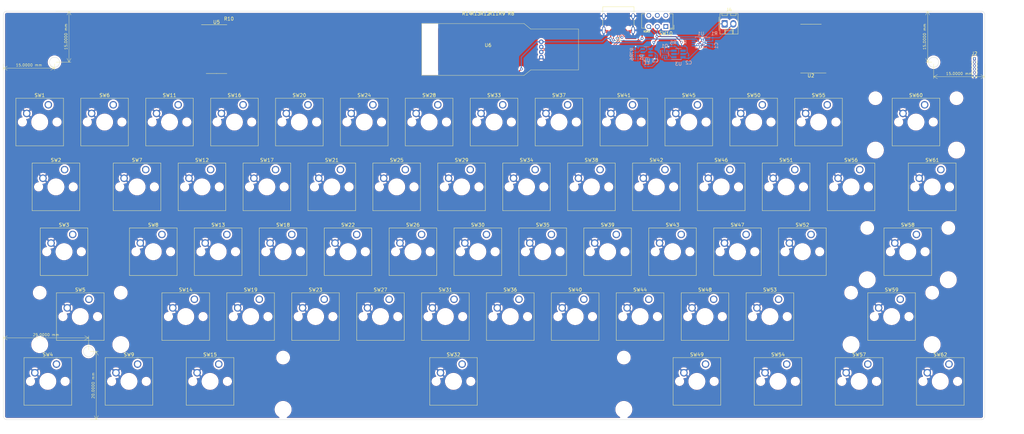
<source format=kicad_pcb>
(kicad_pcb (version 20211014) (generator pcbnew)
  (layers (0 "F.Cu" signal) (31 "B.Cu" signal) (34 "B.Paste" user) (35 "F.Paste" user) (36 "B.SilkS" user "B.Silkscreen") (37 "F.SilkS" user "F.Silkscreen") (38 "B.Mask" user) (39 "F.Mask" user) (44 "Edge.Cuts" user))
  (net 0 "")
  (net 1 "VBUS")
  (net 2 "-BATT")
  (net 3 "Net-(C2-Pad1)")
  (net 4 "+VSW")
  (net 5 "GND")
  (net 6 "VDD")
  (net 7 "Net-(D1-Pad2)")
  (net 8 "D+")
  (net 9 "D-")
  (net 12 "SDA")
  (net 13 "SCL")
  (net 14 "INT_Ext1")
  (net 15 "INT_Ext2")
  (net 16 "SWDIO")
  (net 17 "SWDCLK")
  (net 18 "+BATT")
  (net 19 "Net-(Q1-Pad1)")
  (net 20 "Net-(Q1-Pad3)")
  (net 21 "Net-(Q1-Pad4)")
  (net 22 "Net-(R1-Pad1)")
  (net 23 "Net-(R5-Pad1)")
  (net 24 "Net-(R6-Pad2)")
  (net 25 "RST")
  (net 26 "INT1")
  (net 27 "INT2")
  (net 28 "/K_ESC")
  (net 29 "/K_TAB")
  (net 30 "/K_LCTRL")
  (net 31 "/K_CAPLOCK")
  (net 32 "/K_LSHIFT")
  (net 33 "/K_1")
  (net 34 "/K_Q")
  (net 35 "/K_A")
  (net 36 "/K_LGUI")
  (net 38 "/K_2")
  (net 39 "/K_W")
  (net 40 "/K_S")
  (net 41 "/K_Z")
  (net 42 "/K_LALT")
  (net 43 "/K_3")
  (net 44 "/K_E")
  (net 45 "/K_D")
  (net 46 "/K_X")
  (net 47 "/K_4")
  (net 48 "/K_R")
  (net 49 "/K_F")
  (net 50 "/K_C")
  (net 51 "/K_5")
  (net 52 "/K_T")
  (net 53 "/K_G")
  (net 54 "/K_V")
  (net 55 "/K_6")
  (net 56 "/K_Y")
  (net 57 "/K_H")
  (net 58 "/K_B")
  (net 59 "/K_SPACE")
  (net 60 "/K_7")
  (net 61 "/K_U")
  (net 62 "/K_J")
  (net 63 "/K_N")
  (net 64 "/K_8")
  (net 65 "/K_I")
  (net 66 "/K_K")
  (net 67 "/K_M")
  (net 68 "/K_9")
  (net 69 "/K_O")
  (net 70 "/K_L")
  (net 71 "/K_,")
  (net 72 "/K_0")
  (net 73 "/K_P")
  (net 74 "/K_;")
  (net 75 "/K_.")
  (net 76 "/K_RALT")
  (net 77 "/K_-")
  (net 78 "/K_\\{")
  (net 79 "/K_'")
  (net 80 "/K_\\{slash}")
  (net 81 "/K_RGUI")
  (net 82 "/K_=")
  (net 83 "/K_\\}")
  (net 84 "/K_FN")
  (net 85 "/K_RETURN")
  (net 86 "/K_RSHIFT")
  (net 87 "/K_BSP")
  (net 88 "/K_\\")
  (net 89 "/K_RCTRL")
  (net 92 "Net-(J1-PadA5)")
  (net 93 "Net-(J1-PadB5)")
  (footprint "Package_SO:TSSOP-56_6.1x14mm_P0.5mm" (layer "F.Cu") (at 118.55 90.15)
    (fp_text reference "U5")
    (fp_text value "PCA9506DGG,512")
  )
  (footprint "Button_Switch_Keyboard:SW_Cherry_MX_1.00u_PCB" (layer "F.Cu") (at 188.252125 163.65)
    (fp_text reference "SW31")
    (fp_text value "SW_Push")
  )
  (footprint "Button_Switch_Keyboard:SW_Cherry_MX_1.00u_PCB" (layer "F.Cu") (at 212.065125 125.55)
    (fp_text reference "SW34")
    (fp_text value "SW_Push")
  )
  (footprint "Button_Switch_Keyboard:SW_Cherry_MX_1.50u_PCB" (layer "F.Cu") (at 73.952625 125.55)
    (fp_text reference "SW2")
    (fp_text value "SW_Push")
  )
  (footprint "Button_Switch_Keyboard:SW_Cherry_MX_1.00u_PCB" (layer "F.Cu") (at 254.927125 144.6)
    (fp_text reference "SW43")
    (fp_text value "SW_Push")
  )
  (footprint "Button_Switch_Keyboard:SW_Cherry_MX_1.00u_PCB" (layer "F.Cu") (at 169.202125 163.65)
    (fp_text reference "SW27")
    (fp_text value "SW_Push")
  )
  (footprint "Button_Switch_Keyboard:SW_Cherry_MX_1.00u_PCB" (layer "F.Cu") (at 131.102125 163.65)
    (fp_text reference "SW19")
    (fp_text value "SW_Push")
  )
  (footprint "Button_Switch_Keyboard:SW_Cherry_MX_1.00u_PCB" (layer "F.Cu") (at 240.640125 106.5)
    (fp_text reference "SW41")
    (fp_text value "SW_Push")
  )
  (footprint "Button_Switch_Keyboard:SW_Cherry_MX_1.00u_PCB" (layer "F.Cu") (at 202.540125 106.5)
    (fp_text reference "SW33")
    (fp_text value "SW_Push")
  )
  (footprint "Resistor_SMD:R_0201_0603Metric_Pad0.64x0.40mm_HandSolder" (layer "F.Cu") (at 202.2845 80.772)
    (fp_text reference "R9")
    (fp_text value "4k7")
  )
  (footprint "Button_Switch_Keyboard:SW_Cherry_MX_1.00u_PCB" (layer "F.Cu") (at 112.052125 163.65)
    (fp_text reference "SW14")
    (fp_text value "SW_Push")
  )
  (footprint "Resistor_SMD:R_0201_0603Metric_Pad0.64x0.40mm_HandSolder" (layer "F.Cu") (at 197.358 80.772 180)
    (fp_text reference "R12")
    (fp_text value "2k")
  )
  (footprint "Connector_Molex:Molex_KK-254_AE-6410-02A_1x02_P2.54mm_Vertical" (layer "F.Cu") (at 267.68 82.72)
    (fp_text reference "J4")
    (fp_text value "Battery")
  )
  (footprint "Button_Switch_Keyboard:SW_Cherry_MX_1.00u_PCB" (layer "F.Cu") (at 297.790125 106.5)
    (fp_text reference "SW55")
    (fp_text value "SW_Push")
  )
  (footprint "Package_SO:TSSOP-56_6.1x14mm_P0.5mm" (layer "F.Cu") (at 293 90 180)
    (fp_text reference "U2")
    (fp_text value "PCA9506DGG,512")
  )
  (footprint "Button_Switch_Keyboard:SW_Cherry_MX_2.75u_PCB" (layer "F.Cu") (at 319.221125 163.65)
    (fp_text reference "SW59")
    (fp_text value "SW_Push")
  )
  (footprint "Button_Switch_Keyboard:SW_Cherry_MX_1.00u_PCB" (layer "F.Cu") (at 307.315125 125.55)
    (fp_text reference "SW56")
    (fp_text value "SW_Push")
  )
  (footprint "Button_Switch_Keyboard:SW_Cherry_MX_1.00u_PCB" (layer "F.Cu") (at 107.290125 106.5)
    (fp_text reference "SW11")
    (fp_text value "SW_Push")
  )
  (footprint "Button_Switch_Keyboard:SW_Cherry_MX_1.00u_PCB" (layer "F.Cu") (at 178.727125 144.6)
    (fp_text reference "SW26")
    (fp_text value "SW_Push")
  )
  (footprint "Button_Switch_Keyboard:SW_Cherry_MX_1.00u_PCB" (layer "F.Cu") (at 283.502125 163.65)
    (fp_text reference "SW53")
    (fp_text value "SW_Push")
  )
  (footprint "Button_Switch_Keyboard:SW_Cherry_MX_1.00u_PCB" (layer "F.Cu") (at 278.740125 106.5)
    (fp_text reference "SW50")
    (fp_text value "SW_Push")
  )
  (footprint "Button_Switch_Keyboard:SW_Cherry_MX_1.00u_PCB" (layer "F.Cu") (at 69.190125 106.5)
    (fp_text reference "SW1")
    (fp_text value "SW_Push")
  )
  (footprint "Button_Switch_Keyboard:SW_Cherry_MX_1.50u_PCB" (layer "F.Cu") (at 331.127625 125.55)
    (fp_text reference "SW61")
    (fp_text value "SW_Push")
  )
  (footprint "Button_Switch_Keyboard:SW_Cherry_MX_2.00u_PCB" (layer "F.Cu") (at 326.365125 106.5)
    (fp_text reference "SW60")
    (fp_text value "SW_Push")
  )
  (footprint "Button_Switch_Keyboard:SW_Cherry_MX_1.00u_PCB" (layer "F.Cu") (at 264.452125 163.65)
    (fp_text reference "SW48")
    (fp_text value "SW_Push")
  )
  (footprint "Button_Switch_Keyboard:SW_Cherry_MX_1.00u_PCB" (layer "F.Cu") (at 273.977125 144.6)
    (fp_text reference "SW47")
    (fp_text value "SW_Push")
  )
  (footprint "Resistor_SMD:R_0201_0603Metric_Pad0.64x0.40mm_HandSolder" (layer "F.Cu") (at 199.898 80.772)
    (fp_text reference "R11")
    (fp_text value "2k")
  )
  (footprint "Button_Switch_Keyboard:SW_Cherry_MX_1.00u_PCB" (layer "F.Cu") (at 221.590125 106.5)
    (fp_text reference "SW37")
    (fp_text value "SW_Push")
  )
  (footprint "Button_Switch_Keyboard:SW_Cherry_MX_1.25u_PCB" (layer "F.Cu") (at 95.383125 182.7)
    (fp_text reference "SW9")
    (fp_text value "SW_Push")
  )
  (footprint "Button_Switch_Keyboard:SW_Cherry_MX_1.00u_PCB" (layer "F.Cu") (at 245.402125 163.65)
    (fp_text reference "SW44")
    (fp_text value "SW_Push")
  )
  (footprint "Button_Switch_Keyboard:SW_Cherry_MX_1.25u_PCB" (layer "F.Cu") (at 285.881125 182.7)
    (fp_text reference "SW54")
    (fp_text value "SW_Push")
  )
  (footprint "Connector_PinHeader_1.00mm:PinHeader_1x06_P1.00mm_Vertical" (layer "F.Cu") (at 341 93)
    (fp_text reference "J2")
    (fp_text value "Ext_pin")
  )
  (footprint "Resistor_SMD:R_0201_0603Metric_Pad0.64x0.40mm_HandSolder" (layer "F.Cu") (at 242.55 85.7 90)
    (fp_text reference "R3")
    (fp_text value "5k1")
  )
  (footprint "Resistor_SMD:R_0201_0603Metric_Pad0.64x0.40mm_HandSolder" (layer "F.Cu") (at 243.45 85.7 90)
    (fp_text reference "R2")
    (fp_text value "5k1")
  )
  (footprint "Button_Switch_Keyboard:SW_Cherry_MX_1.00u_PCB" (layer "F.Cu") (at 231.115125 125.55)
    (fp_text reference "SW38")
    (fp_text value "SW_Push")
  )
  (footprint "Button_Switch_Keyboard:SW_Cherry_MX_1.25u_PCB" (layer "F.Cu") (at 309.693125 182.7)
    (fp_text reference "SW57")
    (fp_text value "SW_Push")
  )
  (footprint "Button_Switch_Keyboard:SW_Cherry_MX_1.00u_PCB" (layer "F.Cu") (at 140.627125 144.6)
    (fp_text reference "SW18")
    (fp_text value "SW_Push")
  )
  (footprint "Button_Switch_Keyboard:SW_Cherry_MX_1.00u_PCB" (layer "F.Cu") (at 150.152125 163.65)
    (fp_text reference "SW23")
    (fp_text value "SW_Push")
  )
  (footprint "Resistor_SMD:R_0201_0603Metric_Pad0.64x0.40mm_HandSolder" (layer "F.Cu") (at 192.024 80.772)
    (fp_text reference "R14")
    (fp_text value "2k")
  )
  (footprint "Button_Switch_Keyboard:SW_Cherry_MX_1.00u_PCB" (layer "F.Cu") (at 269.215125 125.55)
    (fp_text reference "SW46")
    (fp_text value "SW_Push")
  )
  (footprint "Button_Switch_Keyboard:SW_Cherry_MX_1.00u_PCB" (layer "F.Cu") (at 288.265125 125.55)
    (fp_text reference "SW51")
    (fp_text value "SW_Push")
  )
  (footprint "Button_Switch_Keyboard:SW_Cherry_MX_1.00u_PCB" (layer "F.Cu") (at 183.490125 106.5)
    (fp_text reference "SW28")
    (fp_text value "SW_Push")
  )
  (footprint "Button_Switch_Keyboard:SW_Cherry_MX_2.25u_PCB" (layer "F.Cu") (at 81.096125 163.65)
    (fp_text reference "SW5")
    (fp_text value "SW_Push")
  )
  (footprint "Button_Switch_Keyboard:SW_Cherry_MX_1.00u_PCB" (layer "F.Cu") (at 216.827125 144.6)
    (fp_text reference "SW35")
    (fp_text value "SW_Push")
  )
  (footprint "Button_Switch_Keyboard:SW_Cherry_MX_1.00u_PCB" (layer "F.Cu") (at 159.677125 144.6)
    (fp_text reference "SW22")
    (fp_text value "SW_Push")
  )
  (footprint "Button_Switch_Keyboard:SW_Cherry_MX_1.00u_PCB" (layer "F.Cu") (at 102.527125 144.6)
    (fp_text reference "SW8")
    (fp_text value "SW_Push")
  )
  (footprint "Button_Switch_Keyboard:SW_Cherry_MX_1.00u_PCB" (layer "F.Cu") (at 135.865125 125.55)
    (fp_text reference "SW17")
    (fp_text value "SW_Push")
  )
  (footprint "Resistor_SMD:R_0201_0603Metric_Pad0.64x0.40mm_HandSolder" (layer "F.Cu") (at 194.564 80.772)
    (fp_text reference "R13")
    (fp_text value "2k")
  )
  (footprint "Button_Switch_Keyboard:SW_Cherry_MX_1.00u_PCB" (layer "F.Cu") (at 116.815125 125.55)
    (fp_text reference "SW12")
    (fp_text value "SW_Push")
  )
  (footprint "Connector_USB:USB_C_Receptacle_XKB_U262-16XN-4BVC11" (layer "F.Cu") (at 236.5 81.5 180)
    (fp_text reference "J1")
    (fp_text value "USB_C_Receptacle_USB2.0")
  )
  (footprint "Button_Switch_THT:SW_CuK_JS202011AQN_DPDT_Angled" (layer "F.Cu") (at 250.4075 83.525 180)
    (fp_text reference "SW10")
    (fp_text value "SW_DPDT_x2")
  )
  (footprint "Resistor_SMD:R_0201_0603Metric_Pad0.64x0.40mm_HandSolder" (layer "F.Cu") (at 204.978 80.772)
    (fp_text reference "R8")
    (fp_text value "4k7")
  )
  (footprint "Button_Switch_Keyboard:SW_Cherry_MX_1.00u_PCB" (layer "F.Cu") (at 121.577125 144.6)
    (fp_text reference "SW13")
    (fp_text value "SW_Push")
  )
  (footprint "Button_Switch_Keyboard:SW_Cherry_MX_1.00u_PCB" (layer "F.Cu") (at 293.027125 144.6)
    (fp_text reference "SW52")
    (fp_text value "SW_Push")
  )
  (footprint "Button_Switch_Keyboard:SW_Cherry_MX_1.00u_PCB" (layer "F.Cu") (at 173.965125 125.55)
    (fp_text reference "SW25")
    (fp_text value "SW_Push")
  )
  (footprint "Resistor_SMD:R_0201_0603Metric_Pad0.64x0.40mm_HandSolder" (layer "F.Cu") (at 122.174 82.296)
    (fp_text reference "R10")
    (fp_text value "4k7")
  )
  (footprint "Button_Switch_Keyboard:SW_Cherry_MX_1.00u_PCB" (layer "F.Cu") (at 164.440125 106.5)
    (fp_text reference "SW24")
    (fp_text value "SW_Push")
  )
  (footprint "Button_Switch_Keyboard:SW_Cherry_MX_1.25u_PCB" (layer "F.Cu") (at 262.069125 182.7)
    (fp_text reference "SW49")
    (fp_text value "SW_Push")
  )
  (footprint "Button_Switch_Keyboard:SW_Cherry_MX_1.25u_PCB" (layer "F.Cu") (at 71.571125 182.7)
    (fp_text reference "SW4")
    (fp_text value "SW_Push")
  )
  (footprint "Button_Switch_Keyboard:SW_Cherry_MX_2.25u_PCB" (layer "F.Cu") (at 323.962125 144.6)
    (fp_text reference "SW58")
    (fp_text value "SW_Push")
  )
  (footprint "Button_Switch_Keyboard:SW_Cherry_MX_1.75u_PCB" (layer "F.Cu") (at 76.333625 144.6)
    (fp_text reference "SW3")
    (fp_text value "SW_Push")
  )
  (footprint "Button_Switch_Keyboard:SW_Cherry_MX_1.00u_PCB" (layer "F.Cu") (at 235.877125 144.6)
    (fp_text reference "SW39")
    (fp_text value "SW_Push")
  )
  (footprint "Button_Switch_Keyboard:SW_Cherry_MX_6.25u_PCB" (layer "F.Cu") (at 190.631125 182.7)
    (fp_text reference "SW32")
    (fp_text value "SW_Push")
  )
  (footprint "Button_Switch_Keyboard:SW_Cherry_MX_1.00u_PCB" (layer "F.Cu") (at 126.340125 106.5)
    (fp_text reference "SW16")
    (fp_text value "SW_Push")
  )
  (footprint "Button_Switch_Keyboard:SW_Cherry_MX_1.00u_PCB" (layer "F.Cu") (at 145.390125 106.5)
    (fp_text reference "SW20")
    (fp_text value "SW_Push")
  )
  (footprint "Button_Switch_Keyboard:SW_Cherry_MX_1.00u_PCB" (layer "F.Cu") (at 88.240125 106.5)
    (fp_text reference "SW6")
    (fp_text value "SW_Push")
  )
  (footprint "Button_Switch_Keyboard:SW_Cherry_MX_1.00u_PCB" (layer "F.Cu") (at 207.302125 163.65)
    (fp_text reference "SW36")
    (fp_text value "SW_Push")
  )
  (footprint "Button_Switch_Keyboard:SW_Cherry_MX_1.00u_PCB" (layer "F.Cu") (at 193.015125 125.55)
    (fp_text reference "SW29")
    (fp_text value "SW_Push")
  )
  (footprint "Button_Switch_Keyboard:SW_Cherry_MX_1.00u_PCB" (layer "F.Cu") (at 259.690125 106.5)
    (fp_text reference "SW45")
    (fp_text value "SW_Push")
  )
  (footprint "Button_Switch_Keyboard:SW_Cherry_MX_1.00u_PCB" (layer "F.Cu") (at 154.915125 125.55)
    (fp_text reference "SW21")
    (fp_text value "SW_Push")
  )
  (footprint "Button_Switch_Keyboard:SW_Cherry_MX_1.25u_PCB" (layer "F.Cu") (at 119.195125 182.7)
    (fp_text reference "SW15")
    (fp_text value "SW_Push")
  )
  (footprint "Button_Switch_Keyboard:SW_Cherry_MX_1.00u_PCB" (layer "F.Cu") (at 97.765125 125.55)
    (fp_text reference "SW7")
    (fp_text value "SW_Push")
  )
  (footprint "NRF_Dongle:nRF52840_dongle" (layer "F.Cu") (at 198.25 90.25)
    (fp_text reference "U6")
    (fp_text value "nRF52840_dongle")
  )
  (footprint "Button_Switch_Keyboard:SW_Cherry_MX_1.00u_PCB" (layer "F.Cu") (at 250.165125 125.55)
    (fp_text reference "SW42")
    (fp_text value "SW_Push")
  )
  (footprint "Button_Switch_Keyboard:SW_Cherry_MX_1.25u_PCB" (layer "F.Cu") (at 333.505125 182.7)
    (fp_text reference "SW62")
    (fp_text value "SW_Push")
  )
  (footprint "Button_Switch_Keyboard:SW_Cherry_MX_1.00u_PCB" (layer "F.Cu") (at 197.777125 144.6)
    (fp_text reference "SW30")
    (fp_text value "SW_Push")
  )
  (footprint "Button_Switch_Keyboard:SW_Cherry_MX_1.00u_PCB" (layer "F.Cu") (at 226.352125 163.65)
    (fp_text reference "SW40")
    (fp_text value "SW_Push")
  )
  (footprint "Inductor_SMD:L_0201_0603Metric_Pad0.64x0.40mm_HandSolder" (layer "B.Cu") (at 244.78 95.25 180)
    (fp_text reference "L1")
    (fp_text value "22u")
  )
  (footprint "Resistor_SMD:R_0201_0603Metric_Pad0.64x0.40mm_HandSolder" (layer "B.Cu") (at 264.15 87.225 90)
    (fp_text reference "R1")
    (fp_text value "2k")
  )
  (footprint "Capacitor_SMD:C_0201_0603Metric_Pad0.64x0.40mm_HandSolder" (layer "B.Cu") (at 257.075 92.425 -90)
    (fp_text reference "C2")
    (fp_text value "22u")
  )
  (footprint "Package_SO:TSSOP-8_3x3mm_P0.65mm" (layer "B.Cu") (at 260.7 88.175 180)
    (fp_text reference "U1")
    (fp_text value "tp4056")
  )
  (footprint "Package_TO_SOT_SMD:SOT-363_SC-70-6" (layer "B.Cu") (at 250.025 91.625 -90)
    (fp_text reference "Q1")
    (fp_text value "Q_Dual_NMOS_G1S2G2D2S1D1")
  )
  (footprint "Resistor_SMD:R_0201_0603Metric_Pad0.64x0.40mm_HandSolder" (layer "B.Cu") (at 255.575 89.225)
    (fp_text reference "R4")
    (fp_text value "100")
  )
  (footprint "Capacitor_SMD:C_0201_0603Metric_Pad0.64x0.40mm_HandSolder" (layer "B.Cu") (at 247.33 91.8075 -90)
    (fp_text reference "C3")
    (fp_text value "22u")
  )
  (footprint "Capacitor_SMD:C_0201_0603Metric_Pad0.64x0.40mm_HandSolder" (layer "B.Cu") (at 264.15 89.125 90)
    (fp_text reference "C1")
    (fp_text value "10u")
  )
  (footprint "Diode_SMD:D_0201_0603Metric_Pad0.64x0.40mm_HandSolder" (layer "B.Cu") (at 242.23 92.585 90)
    (fp_text reference "D1")
    (fp_text value "D_Schottky_Small")
  )
  (footprint "Resistor_SMD:R_0201_0603Metric_Pad0.64x0.40mm_HandSolder" (layer "B.Cu") (at 241.43 90.65 90)
    (fp_text reference "R7")
    (fp_text value "2k")
  )
  (footprint "Resistor_SMD:R_0201_0603Metric_Pad0.64x0.40mm_HandSolder" (layer "B.Cu") (at 241.43 92.55 90)
    (fp_text reference "R6")
    (fp_text value "10k")
  )
  (footprint "Package_TO_SOT_SMD:SOT-23-6" (layer "B.Cu") (at 244.78 91.05)
    (fp_text reference "U4")
    (fp_text value "MT3608")
  )
  (footprint "Package_TO_SOT_SMD:SOT-23-6_Handsoldering" (layer "B.Cu") (at 254.125 91.575)
    (fp_text reference "U3")
    (fp_text value "fs312f")
  )
  (footprint "Resistor_SMD:R_0201_0603Metric_Pad0.64x0.40mm_HandSolder" (layer "B.Cu") (at 252.575 89.325 180)
    (fp_text reference "R5")
    (fp_text value "1k")
  )
  (gr_line (start 57 79) (end 343 79) (layer "Edge.Cuts") (width 0.1))
  (gr_arc (start 343 79) (mid 343.707107 79.292893) (end 344 80) (layer "Edge.Cuts") (width 0.1))
  (gr_arc (start 56 80) (mid 56.292893 79.292893) (end 57 79) (layer "Edge.Cuts") (width 0.1))
  (gr_circle (center 81 179) (end 82.5 179.25) (layer "Edge.Cuts") (width 0.1) (fill none))
  (gr_line (start 57 199) (end 343 199) (layer "Edge.Cuts") (width 0.1))
  (gr_line (start 56 198) (end 56 80) (layer "Edge.Cuts") (width 0.1))
  (gr_line (start 344 80) (end 344 198) (layer "Edge.Cuts") (width 0.1))
  (gr_circle (center 71 94) (end 72.5 94) (layer "Edge.Cuts") (width 0.1) (fill none))
  (gr_arc (start 344 198) (mid 343.707107 198.707107) (end 343 199) (layer "Edge.Cuts") (width 0.1))
  (gr_circle (center 329 94) (end 329 95.5) (layer "Edge.Cuts") (width 0.1) (fill none))
  (gr_arc (start 57 199) (mid 56.292893 198.707107) (end 56 198) (layer "Edge.Cuts") (width 0.1))
  (dimension (type aligned) (layer "F.SilkS") (pts (xy 329 94) (xy 344 94)) (height 4.25) (gr_text "15.0000 mm" (at 336.5 97.35) (layer "F.SilkS") (effects (font (size 0.8 0.8) (thickness 0.1)))) (format (units 3) (units_format 1) (precision 4)) (style (thickness 0.1) (arrow_length 1.27) (text_position_mode 0) (extension_height 0.58642) (extension_offset 0.5) keep_text_aligned))
  (dimension (type aligned) (layer "F.SilkS") (pts (xy 71 94) (xy 71 79)) (height 4.25) (gr_text "15.0000 mm" (at 74.35 86.5 90) (layer "F.SilkS") (effects (font (size 0.8 0.8) (thickness 0.1)))) (format (units 3) (units_format 1) (precision 4)) (style (thickness 0.1) (arrow_length 1.27) (text_position_mode 0) (extension_height 0.58642) (extension_offset 0.5) keep_text_aligned))
  (dimension (type aligned) (layer "F.SilkS") (pts (xy 71 94) (xy 56 94)) (height -1.75) (gr_text "15.0000 mm" (at 63.5 94.85) (layer "F.SilkS") (effects (font (size 0.8 0.8) (thickness 0.1)))) (format (units 3) (units_format 1) (precision 4)) (style (thickness 0.1) (arrow_length 1.27) (text_position_mode 0) (extension_height 0.58642) (extension_offset 0.5) keep_text_aligned))
  (dimension (type aligned) (layer "F.SilkS") (pts (xy 81 179) (xy 56 179)) (height 3.999999) (gr_text "25.0000 mm" (at 68.5 174.100001) (layer "F.SilkS") (effects (font (size 0.8 0.8) (thickness 0.1)))) (format (units 3) (units_format 1) (precision 4)) (style (thickness 0.1) (arrow_length 1.27) (text_position_mode 0) (extension_height 0.58642) (extension_offset 0.5) keep_text_aligned))
  (dimension (type aligned) (layer "F.SilkS") (pts (xy 81 179) (xy 81 199)) (height -2.25) (gr_text "20.0000 mm" (at 82.35 189 90) (layer "F.SilkS") (effects (font (size 0.8 0.8) (thickness 0.1)))) (format (units 3) (units_format 1) (precision 4)) (style (thickness 0.1) (arrow_length 1.27) (text_position_mode 0) (extension_height 0.58642) (extension_offset 0.5) keep_text_aligned))
  (dimension (type aligned) (layer "F.SilkS") (pts (xy 329 94) (xy 329 79)) (height -1.75) (gr_text "15.0000 mm" (at 326.35 86.5 90) (layer "F.SilkS") (effects (font (size 0.8 0.8) (thickness 0.1)))) (format (units 3) (units_format 1) (precision 4)) (style (thickness 0.1) (arrow_length 1.27) (text_position_mode 0) (extension_height 0.58642) (extension_offset 0.5) keep_text_aligned))
  (segment (start 234.25 84.457102) (end 235.507102 83.2) (width 0.254) (layer "F.Cu") (net 1))
  (segment (start 237.5 83.2) (end 238.75 84.45) (width 0.254) (layer "F.Cu") (net 1))
  (segment (start 234.248089 86.851911) (end 234.248089 85.17) (width 0.3048) (layer "F.Cu") (net 1))
  (segment (start 235.507102 83.2) (end 237.5 83.2) (width 0.254) (layer "F.Cu") (net 1))
  (segment (start 234.1 87) (end 234.248089 86.851911) (width 0.3048) (layer "F.Cu") (net 1))
  (segment (start 234.25 85.17) (end 234.25 84.457102) (width 0.254) (layer "F.Cu") (net 1))
  (segment (start 238.75 84.45) (end 238.75 85.17) (width 0.254) (layer "F.Cu") (net 1))
  (segment (start 207.394 98) (end 207.394 96.606) (width 0.3048) (layer "F.Cu") (net 1))
  (segment (start 207.394 96.606) (end 208 96) (width 0.3048) (layer "F.Cu") (net 1))
  (via (at 208 96) (size 0.8) (drill 0.4) (layers "F.Cu" "B.Cu") (net 1))
  (via (at 234.1 87) (size 0.8) (drill 0.4) (layers "F.Cu" "B.Cu") (net 1))
  (segment (start 212.5 88) (end 213.85 88) (width 0.3048) (layer "B.Cu") (net 1))
  (segment (start 234.761636 88.275) (end 243.475 88.275) (width 0.3048) (layer "B.Cu") (net 1))
  (segment (start 262.85 89.15) (end 261.253022 89.15) (width 0.254) (layer "B.Cu") (net 1))
  (segment (start 208 96) (end 208 92.5) (width 0.3048) (layer "B.Cu") (net 1))
  (segment (start 234.1 87.613364) (end 234.761636 88.275) (width 0.3048) (layer "B.Cu") (net 1))
  (segment (start 234.1 87) (end 232.8 87) (width 0.3048) (layer "B.Cu") (net 1))
  (segment (start 261.253022 89.15) (end 259.303022 87.2) (width 0.254) (layer "B.Cu") (net 1))
  (segment (start 243.475 88.275) (end 244.55 87.2) (width 0.3048) (layer "B.Cu") (net 1))
  (segment (start 263.2325 89.5325) (end 262.85 89.15) (width 0.254) (layer "B.Cu") (net 1))
  (segment (start 232.8 87) (end 231.8 88) (width 0.3048) (layer "B.Cu") (net 1))
  (segment (start 244.55 87.2) (end 258.55 87.2) (width 0.3048) (layer "B.Cu") (net 1))
  (segment (start 208 92.5) (end 212.5 88) (width 0.3048) (layer "B.Cu") (net 1))
  (segment (start 234.1 87) (end 234.1 87.613364) (width 0.3048) (layer "B.Cu") (net 1))
  (segment (start 264.15 89.5325) (end 263.2325 89.5325) (width 0.254) (layer "B.Cu") (net 1))
  (segment (start 259.303022 87.2) (end 258.55 87.2) (width 0.254) (layer "B.Cu") (net 1))
  (segment (start 231.8 88) (end 213.85 88) (width 0.3048) (layer "B.Cu") (net 1))
  (segment (start 260.566757 89.471968) (end 261.615225 88.4235) (width 0.254) (layer "F.Cu") (net 2))
  (segment (start 260.566757 89.491162) (end 260.566757 89.471968) (width 0.254) (layer "F.Cu") (net 2))
  (via (at 261.615225 88.4235) (size 0.8) (drill 0.4) (layers "F.Cu" "B.Cu") (net 2))
  (via (at 260.566757 89.491162) (size 0.8) (drill 0.4) (layers "F.Cu" "B.Cu") (net 2))
  (segment (start 266.1225 86.8175) (end 270.22 82.72) (width 0.254) (layer "B.Cu") (net 2))
  (segment (start 257.225419 92.8325) (end 260.566757 89.491162) (width 0.254) (layer "B.Cu") (net 2))
  (segment (start 257.075 92.8325) (end 257.225419 92.8325) (width 0.254) (layer "B.Cu") (net 2))
  (segment (start 255.7825 92.8325) (end 257.075 92.8325) (width 0.254) (layer "B.Cu") (net 2))
  (segment (start 261.615225 88.4235) (end 262.7735 88.4235) (width 0.254) (layer "B.Cu") (net 2))
  (segment (start 262.85 87.2) (end 262.096978 87.2) (width 0.254) (layer "B.Cu") (net 2))
  (segment (start 263.2325 86.8175) (end 264.15 86.8175) (width 0.254) (layer "B.Cu") (net 2))
  (segment (start 261.973489 87.323489) (end 261.973489 88.065236) (width 0.254) (layer "B.Cu") (net 2))
  (segment (start 250.025 92.575) (end 250.025 93.103022) (width 0.254) (layer "B.Cu") (net 2))
  (segment (start 254.773489 93.226511) (end 255.475 92.525) (width 0.254) (layer "B.Cu") (net 2))
  (segment (start 263.9325 88.5) (end 262.85 88.5) (width 0.254) (layer "B.Cu") (net 2))
  (segment (start 250.148489 93.226511) (end 254.773489 93.226511) (width 0.254) (layer "B.Cu") (net 2))
  (segment (start 250.025 93.103022) (end 250.148489 93.226511) (width 0.254) (layer "B.Cu") (net 2))
  (segment (start 262.096978 87.2) (end 261.973489 87.323489) (width 0.254) (layer "B.Cu") (net 2))
  (segment (start 261.973489 88.065236) (end 261.615225 88.4235) (width 0.254) (layer "B.Cu") (net 2))
  (segment (start 255.475 92.525) (end 255.7825 92.8325) (width 0.254) (layer "B.Cu") (net 2))
  (segment (start 262.7735 88.4235) (end 262.85 88.5) (width 0.254) (layer "B.Cu") (net 2))
  (segment (start 264.15 86.8175) (end 266.1225 86.8175) (width 0.254) (layer "B.Cu") (net 2))
  (segment (start 264.15 88.7175) (end 263.9325 88.5) (width 0.254) (layer "B.Cu") (net 2))
  (segment (start 262.85 87.2) (end 263.2325 86.8175) (width 0.254) (layer "B.Cu") (net 2))
  (segment (start 256.175 89.225) (end 256.675 89.725) (width 0.254) (layer "B.Cu") (net 3))
  (segment (start 257.125 91.9675) (end 257.075 92.0175) (width 0.254) (layer "B.Cu") (net 3))
  (segment (start 257.125 91.525) (end 257.125 91.9675) (width 0.254) (layer "B.Cu") (net 3))
  (segment (start 256.675 91.175) (end 256.775 91.175) (width 0.254) (layer "B.Cu") (net 3))
  (segment (start 255.9825 89.225) (end 256.175 89.225) (width 0.254) (layer "B.Cu") (net 3))
  (segment (start 256.675 91.175) (end 256.275 91.575) (width 0.254) (layer "B.Cu") (net 3))
  (segment (start 256.275 91.575) (end 255.475 91.575) (width 0.254) (layer "B.Cu") (net 3))
  (segment (start 256.675 89.725) (end 256.675 91.175) (width 0.254) (layer "B.Cu") (net 3))
  (segment (start 256.775 91.175) (end 257.125 91.525) (width 0.254) (layer "B.Cu") (net 3))
  (segment (start 247.79 86.4481) (end 247.79 87.236) (width 0.254) (layer "F.Cu") (net 4))
  (segment (start 247.79 86.4481) (end 253.2981 86.4481) (width 0.254) (layer "F.Cu") (net 4))
  (segment (start 253.2981 86.4481) (end 254.99 88.14) (width 0.254) (layer "F.Cu") (net 4))
  (segment (start 247.79 87.236) (end 246.888 88.138) (width 0.254) (layer "F.Cu") (net 4))
  (via (at 247.79 86.4481) (size 0.8) (drill 0.4) (layers "F.Cu" "B.Cu") (net 4))
  (via (at 246.888 88.138) (size 0.8) (drill 0.4) (layers "F.Cu" "B.Cu") (net 4))
  (via (at 254.99 88.14) (size 0.8) (drill 0.4) (layers "F.Cu" "B.Cu") (net 4))
  (segment (start 247.79 85.9075) (end 247.79 86.4481) (width 0.254) (layer "B.Cu") (net 4))
  (segment (start 254.99 89.0475) (end 255.1675 89.225) (width 0.254) (layer "B.Cu") (net 4))
  (segment (start 246.98 91.05) (end 247.33 91.4) (width 0.254) (layer "B.Cu") (net 4))
  (segment (start 245.1875 95.25) (end 246.38 95.25) (width 0.254) (layer "B.Cu") (net 4))
  (segment (start 247.93 91.89431) (end 247.43569 91.4) (width 0.254) (layer "B.Cu") (net 4))
  (segment (start 245.4075 83.525) (end 247.79 85.9075) (width 0.254) (layer "B.Cu") (net 4))
  (segment (start 246.888 88.138) (end 246.888 89.1295) (width 0.254) (layer "B.Cu") (net 4))
  (segment (start 245.9175 91.05) (end 246.98 91.05) (width 0.254) (layer "B.Cu") (net 4))
  (segment (start 247.43569 91.4) (end 247.33 91.4) (width 0.254) (layer "B.Cu") (net 4))
  (segment (start 246.888 89.1295) (end 245.9175 90.1) (width 0.254) (layer "B.Cu") (net 4))
  (segment (start 254.99 88.14) (end 254.99 89.0475) (width 0.254) (layer "B.Cu") (net 4))
  (segment (start 246.38 95.25) (end 247.93 93.7) (width 0.254) (layer "B.Cu") (net 4))
  (segment (start 245.9175 90.1) (end 245.9175 91.05) (width 0.254) (layer "B.Cu") (net 4))
  (segment (start 247.93 93.7) (end 247.93 91.89431) (width 0.254) (layer "B.Cu") (net 4))
  (via (at 241.554 89.408) (size 0.8) (drill 0.4) (layers "F.Cu" "B.Cu") (net 5))
  (via (at 247.142 92.964) (size 0.8) (drill 0.4) (layers "F.Cu" "B.Cu") (net 5))
  (via (at 251.206 89.408) (size 0.8) (drill 0.4) (layers "F.Cu" "B.Cu") (net 5))
  (segment (start 243.6425 91.05) (end 244.23 91.05) (width 0.254) (layer "B.Cu") (net 5))
  (segment (start 247.33 92.215) (end 247.33 92.776) (width 0.254) (layer "B.Cu") (net 5))
  (segment (start 250.025 90.096) (end 250.713 89.408) (width 0.254) (layer "B.Cu") (net 5))
  (segment (start 244.856 90.424) (end 244.856 89.977099) (width 0.254) (layer "B.Cu") (net 5))
  (segment (start 247.33 92.776) (end 247.142 92.964) (width 0.254) (layer "B.Cu") (net 5))
  (segment (start 241.43 90.2425) (end 241.43 89.532) (width 0.254) (layer "B.Cu") (net 5))
  (segment (start 251.206 89.408) (end 252.0845 89.408) (width 0.254) (layer "B.Cu") (net 5))
  (segment (start 244.856 89.977099) (end 244.286901 89.408) (width 0.254) (layer "B.Cu") (net 5))
  (segment (start 252.0845 89.408) (end 252.1675 89.325) (width 0.254) (layer "B.Cu") (net 5))
  (segment (start 244.23 91.05) (end 244.856 90.424) (width 0.254) (layer "B.Cu") (net 5))
  (segment (start 244.286901 89.408) (end 241.554 89.408) (width 0.254) (layer "B.Cu") (net 5))
  (segment (start 250.713 89.408) (end 251.206 89.408) (width 0.254) (layer "B.Cu") (net 5))
  (segment (start 250.025 90.675) (end 250.025 90.096) (width 0.254) (layer "B.Cu") (net 5))
  (segment (start 241.43 89.532) (end 241.554 89.408) (width 0.254) (layer "B.Cu") (net 5))
  (segment (start 243.6425 92) (end 243.6425 94.52) (width 0.254) (layer "B.Cu") (net 7))
  (segment (start 243.6425 94.52) (end 244.3725 95.25) (width 0.254) (layer "B.Cu") (net 7))
  (segment (start 243.465 92.1775) (end 243.6425 92) (width 0.254) (layer "B.Cu") (net 7))
  (segment (start 242.23 92.1775) (end 243.465 92.1775) (width 0.254) (layer "B.Cu") (net 7))
  (segment (start 236.82529 87.12529) (end 236.848699 87.148699) (width 0.2) (layer "F.Cu") (net 8))
  (segment (start 236.87577 87.148699) (end 236.87577 87.79243) (width 0.2) (layer "F.Cu") (net 8))
  (segment (start 234.1982 90.47) (end 214.373332 90.47) (width 0.2) (layer "F.Cu") (net 8))
  (segment (start 236.75 85.17) (end 236.75 85.9) (width 0.2) (layer "F.Cu") (net 8))
  (segment (start 235.75 84.345978) (end 235.800489 84.295489) (width 0.2) (layer "F.Cu") (net 8))
  (segment (start 236.848699 87.148699) (end 236.87577 87.148699) (width 0.2) (layer "F.Cu") (net 8))
  (segment (start 236.75 84.345978) (end 236.75 85.17) (width 0.2) (layer "F.Cu") (net 8))
  (segment (start 235.800489 84.295489) (end 236.699511 84.295489) (width 0.2) (layer "F.Cu") (net 8))
  (segment (start 236.82529 85.97529) (end 236.82529 87.12529) (width 0.2) (layer "F.Cu") (net 8))
  (segment (start 235.75 85.17) (end 235.75 84.345978) (width 0.2) (layer "F.Cu") (net 8))
  (segment (start 214.373332 90.47) (end 213.85 90.993332) (width 0.2) (layer "F.Cu") (net 8))
  (segment (start 236.75 85.9) (end 236.82529 85.97529) (width 0.2) (layer "F.Cu") (net 8))
  (segment (start 236.699511 84.295489) (end 236.75 84.345978) (width 0.2) (layer "F.Cu") (net 8))
  (segment (start 236.87577 87.79243) (end 234.1982 90.47) (width 0.2) (layer "F.Cu") (net 8))
  (segment (start 236.42577 87.148699) (end 236.42577 87.60603) (width 0.2) (layer "F.Cu") (net 9))
  (segment (start 234.011802 90.019998) (end 225.819998 90.019998) (width 0.2) (layer "F.Cu") (net 9))
  (segment (start 214.373332 90.019998) (end 213.85 89.496666) (width 0.2) (layer "F.Cu") (net 9))
  (segment (start 236.42577 87.60603) (end 234.011802 90.019998) (width 0.2) (layer "F.Cu") (net 9))
  (segment (start 237.25 85.17) (end 237.25 86.42521) (width 0.2) (layer "F.Cu") (net 9))
  (segment (start 225.519998 89.719998) (end 225.519998 89.692107) (width 0.2) (layer "F.Cu") (net 9))
  (segment (start 217.369998 90.019998) (end 214.373332 90.019998) (width 0.2) (layer "F.Cu") (net 9))
  (segment (start 224.919998 89.692107) (end 224.919998 89.719998) (width 0.2) (layer "F.Cu") (net 9))
  (segment (start 237.25 86.42521) (end 237.52479 86.7) (width 0.2) (layer "F.Cu") (net 9))
  (segment (start 236.25 85.17) (end 236.25 86.972929) (width 0.2) (layer "F.Cu") (net 9))
  (segment (start 236.25 86.972929) (end 236.42577 87.148699) (width 0.2) (layer "F.Cu") (net 9))
  (segment (start 224.619998 90.019998) (end 217.369998 90.019998) (width 0.2) (layer "F.Cu") (net 9))
  (via (at 237.52479 86.7) (size 0.8) (drill 0.4) (layers "F.Cu" "B.Cu") (net 9))
  (via (at 236.12579 86.946207) (size 0.8) (drill 0.4) (layers "F.Cu" "B.Cu") (net 9))
  (arc (start 225.519998 89.692107) (mid 225.43213 89.479975) (end 225.219998 89.392107) (width 0.2) (layer "F.Cu") (net 9))
  (arc (start 225.819998 90.019998) (mid 225.607866 89.93213) (end 225.519998 89.719998) (width 0.2) (layer "F.Cu") (net 9))
  (arc (start 224.919998 89.719998) (mid 224.83213 89.93213) (end 224.619998 90.019998) (width 0.2) (layer "F.Cu") (net 9))
  (arc (start 225.219998 89.392107) (mid 225.007866 89.479975) (end 224.919998 89.692107) (width 0.2) (layer "F.Cu") (net 9))
  (segment (start 237.52479 86.7) (end 236.371997 86.7) (width 0.2) (layer "B.Cu") (net 9))
  (segment (start 236.371997 86.7) (end 236.12579 86.946207) (width 0.2) (layer "B.Cu") (net 9))
  (segment (start 261.125 87.525) (end 259.8 88.85) (width 0.254) (layer "F.Cu") (net 18))
  (segment (start 259.725 88.85) (end 259.8 88.85) (width 0.254) (layer "F.Cu") (net 18))
  (via (at 261.125 87.525) (size 0.8) (drill 0.4) (layers "F.Cu" "B.Cu") (net 18))
  (via (at 259.8 88.85) (size 0.8) (drill 0.4) (layers "F.Cu" "B.Cu") (net 18))
  (segment (start 265.93 82.72) (end 261.125 87.525) (width 0.254) (layer "B.Cu") (net 18))
  (segment (start 260.125 86.525) (end 249.15 86.525) (width 0.254) (layer "B.Cu") (net 18))
  (segment (start 261.125 87.525) (end 260.125 86.525) (width 0.254) (layer "B.Cu") (net 18))
  (segment (start 249.15 86.525) (end 247.9075 85.2825) (width 0.254) (layer "B.Cu") (net 18))
  (segment (start 267.68 82.72) (end 265.93 82.72) (width 0.254) (layer "B.Cu") (net 18))
  (segment (start 258.55 89.15) (end 259.5 89.15) (width 0.254) (layer "B.Cu") (net 18))
  (segment (start 247.9075 85.2825) (end 247.9075 83.525) (width 0.254) (layer "B.Cu") (net 18))
  (segment (start 259.5 89.15) (end 259.8 88.85) (width 0.254) (layer "B.Cu") (net 18))
  (segment (start 250.952 91.301111) (end 251.714 92.063111) (width 0.2032) (layer "B.Cu") (net 19))
  (segment (start 252.037 92.525) (end 252.775 92.525) (width 0.2032) (layer "B.Cu") (net 19))
  (segment (start 249.523889 91.301111) (end 250.952 91.301111) (width 0.2032) (layer "B.Cu") (net 19))
  (segment (start 249.375 91.152222) (end 249.523889 91.301111) (width 0.2032) (layer "B.Cu") (net 19))
  (segment (start 251.714 92.202) (end 252.037 92.525) (width 0.2032) (layer "B.Cu") (net 19))
  (segment (start 251.714 92.063111) (end 251.714 92.202) (width 0.2032) (layer "B.Cu") (net 19))
  (segment (start 249.375 90.675) (end 249.375 91.152222) (width 0.2032) (layer "B.Cu") (net 19))
  (segment (start 250.675 90.675) (end 252.725 90.675) (width 0.254) (layer "B.Cu") (net 20))
  (segment (start 252.725 90.675) (end 252.775 90.625) (width 0.254) (layer "B.Cu") (net 20))
  (segment (start 249.523889 91.948889) (end 250.577089 91.948889) (width 0.2032) (layer "B.Cu") (net 21))
  (segment (start 250.577089 91.948889) (end 250.675 92.0468) (width 0.2032) (layer "B.Cu") (net 21))
  (segment (start 249.375 92.575) (end 249.375 92.097778) (width 0.2032) (layer "B.Cu") (net 21))
  (segment (start 250.675 92.0468) (end 250.675 92.575) (width 0.2032) (layer "B.Cu") (net 21))
  (segment (start 249.375 92.097778) (end 249.523889 91.948889) (width 0.2032) (layer "B.Cu") (net 21))
  (segment (start 263.9325 87.85) (end 262.85 87.85) (width 0.254) (layer "B.Cu") (net 22))
  (segment (start 264.15 87.6325) (end 263.9325 87.85) (width 0.254) (layer "B.Cu") (net 22))
  (segment (start 254.175 91.425) (end 254.025 91.575) (width 0.254) (layer "B.Cu") (net 23))
  (segment (start 254.025 91.575) (end 252.775 91.575) (width 0.254) (layer "B.Cu") (net 23))
  (segment (start 254.175 90.266978) (end 254.175 91.425) (width 0.254) (layer "B.Cu") (net 23))
  (segment (start 252.9825 89.325) (end 253.233022 89.325) (width 0.254) (layer "B.Cu") (net 23))
  (segment (start 253.233022 89.325) (end 254.175 90.266978) (width 0.254) (layer "B.Cu") (net 23))
  (segment (start 243.256099 90.1) (end 243.6425 90.1) (width 0.254) (layer "B.Cu") (net 24))
  (segment (start 241.43 91.0575) (end 242.298599 91.0575) (width 0.254) (layer "B.Cu") (net 24))
  (segment (start 241.43 91.0575) (end 241.43 92.1425) (width 0.254) (layer "B.Cu") (net 24))
  (segment (start 242.298599 91.0575) (end 243.256099 90.1) (width 0.254) (layer "B.Cu") (net 24))
  (segment (start 241.5575 87.1) (end 238.7 87.1) (width 0.2) (layer "F.Cu") (net 92))
  (segment (start 242.55 86.1075) (end 241.5575 87.1) (width 0.2) (layer "F.Cu") (net 92))
  (segment (start 237.75 85.935951) (end 237.75 85.17) (width 0.2) (layer "F.Cu") (net 92))
  (segment (start 238.7 87.1) (end 238.7 86.885951) (width 0.2) (layer "F.Cu") (net 92))
  (segment (start 238.7 86.885951) (end 237.75 85.935951) (width 0.2) (layer "F.Cu") (net 92))
  (segment (start 234.75 85.17) (end 234.75 85.945) (width 0.2) (layer "F.Cu") (net 93))
  (segment (start 243.45 87) (end 243.45 86.1075) (width 0.2) (layer "F.Cu") (net 93))
  (segment (start 235 86.195) (end 235 87.45) (width 0.2) (layer "F.Cu") (net 93))
  (segment (start 234.75 85.945) (end 235 86.195) (width 0.2) (layer "F.Cu") (net 93))
  (via (at 235 87.45) (size 0.8) (drill 0.4) (layers "F.Cu" "B.Cu") (net 93))
  (via (at 243.45 87) (size 0.8) (drill 0.4) (layers "F.Cu" "B.Cu") (net 93))
  (segment (start 243.45 87) (end 242.804282 87.645718) (width 0.2) (layer "B.Cu") (net 93))
  (segment (start 242.804282 87.645718) (end 235.195718 87.645718) (width 0.2) (layer "B.Cu") (net 93))
  (segment (start 235.195718 87.645718) (end 235 87.45) (width 0.2) (layer "B.Cu") (net 93))
  (zone (net 0) (net_name "") (layers F&B.Cu) (connect_pads (clearance 0)) (min_thickness 0.254)
    (keepout (tracks allowed) (vias allowed) (pads allowed) (copperpour not_allowed) (footprints allowed))
    (fill (thermal_gap 0.508) (thermal_bridge_width 0.508))
    (polygon (pts (xy 183.6 97.8) (xy 178.8 97.8) (xy 178.8 82.6) (xy 183.6 82.6)))
  )
  (zone (net 5) (net_name "GND") (layers F&B.Cu) (connect_pads (clearance 0.508)) (min_thickness 0.254) (fill yes (thermal_gap 0.508) (thermal_bridge_width 0.508))
    (polygon (pts (xy 345 200) (xy 55 200) (xy 55 78) (xy 345 78)))
  )
)
</source>
